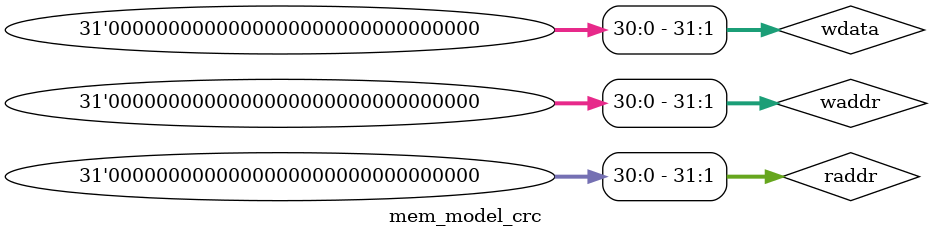
<source format=sv>


module mem_model_crc(MEMIF_CRC.to_mem  memif,AXI_clks.to_rtl clks);

parameter DWIDTH = 32;
parameter AWIDTH = 32; 
parameter MEM_DEPTH = (1<<AWIDTH);

logic  [AWIDTH-1:0] waddr;
logic  [DWIDTH-1:0] wdata;
logic               write;
logic  [AWIDTH-1:0] raddr;
logic  [DWIDTH-1:0] rdata;

assign waddr          = memif.f0_waddr;
assign wdata          = memif.f0_wdata;
assign write          = memif.f0_write;
assign raddr          = memif.f0_raddr;
assign memif.f0_rdata = rdata;


reg [DWIDTH-1:0] mem[0:MEM_DEPTH-1];

logic [DWIDTH-1:0] m00,m01,m02,m03;
assign m00=mem[0];
assign m01=mem[1];
assign m02=mem[2];
assign m03=mem[3];

always @(*) begin
  rdata <= #1 mem[raddr];
end

always @(posedge(clks.clk)) begin
  if(write) begin
    mem[waddr]<=#1 wdata;
  end
end

endmodule

</source>
